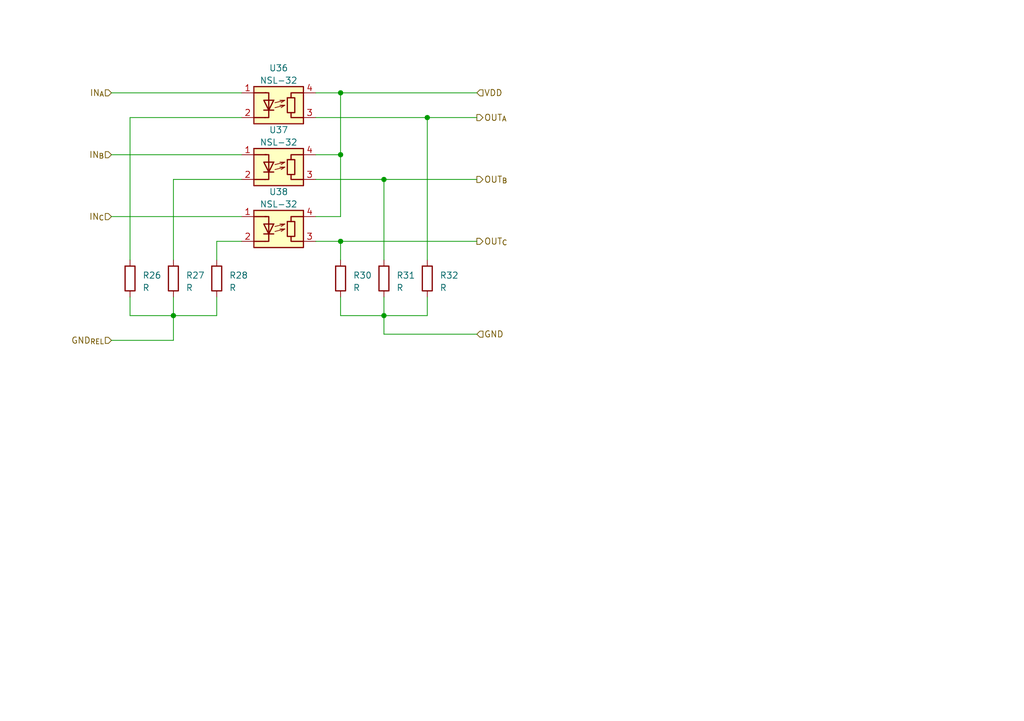
<source format=kicad_sch>
(kicad_sch (version 20230121) (generator eeschema)
  (paper "A5")
  (lib_symbols
    (symbol "Device:R" (pin_numbers hide) (pin_names (offset 0))
      (property "Reference" "R" (at 2.032 0 90))
      (property "Value" "R" (at 0 0 90))
      (symbol "R_0_1"
        (rectangle (start -1.016 -2.54) (end 1.016 2.54) (stroke (width 0.254)))
      )
      (symbol "R_1_1"
        (pin passive line (at 0 3.81 270) (length 1.27) (name "~") (number "1"))
        (pin passive line (at 0 -3.81 90) (length 1.27) (name "~") (number "2"))
      )
    )
    (symbol "Isolator:NSL-32" (pin_names (offset 0.762) hide)
      (property "Reference" "U" (at 0 5.08 0))
      (property "Value" "NSL-32" (at 0 -5.08 0))
      (symbol "NSL-32_0_1"
        (rectangle (start -5.08 3.81) (end 5.08 -3.81) (stroke (width 0.254)) (fill (type background)))
        (polyline (pts (xy -5.08 2.54) (xy -2.54 2.54)) (stroke (width 0.254)))
        (polyline (pts (xy -2.794 -2.54) (xy -5.08 -2.54)) (stroke (width 0.254)))
        (polyline (pts (xy -1.016 -1.016) (xy -3.048 -1.016) (xy -3.048 -1.016)) (stroke (width 0.254)))
        (polyline (pts (xy -0.762 -0.508) (xy 1.27 0) (xy 1.27 0)))
        (polyline (pts (xy -0.762 0.508) (xy 1.27 1.016) (xy 1.27 1.016)))
        (polyline (pts (xy 2.54 -1.524) (xy 2.54 -2.54) (xy 5.08 -2.54)) (stroke (width 0.254)))
        (polyline (pts (xy 2.54 1.524) (xy 2.54 2.54) (xy 5.08 2.54)) (stroke (width 0.254)))
        (polyline (pts (xy -2.794 -2.54) (xy -2.032 -2.54) (xy -2.032 2.54) (xy -2.794 2.54)) (stroke (width 0.254)))
        (polyline (pts (xy 0.254 0) (xy 1.27 0) (xy 0.508 -0.508) (xy 0.508 -0.508)))
        (polyline (pts (xy 0.254 1.016) (xy 1.27 1.016) (xy 0.508 0.508) (xy 0.508 0.508)))
        (polyline (pts (xy -1.016 1.016) (xy -3.048 1.016) (xy -2.032 -1.016) (xy -1.016 1.016) (xy -1.016 1.016) (xy -1.016 1.016)) (stroke (width 0.254)))
        (rectangle (start 1.778 1.524) (end 3.302 -1.524) (stroke (width 0.254)))
      )
      (symbol "NSL-32_1_1"
        (pin passive line (at -7.62 2.54 0) (length 2.54) (name "A") (number "1"))
        (pin passive line (at -7.62 -2.54 0) (length 2.54) (name "K") (number "2"))
        (pin passive line (at 7.62 -2.54 180) (length 2.54) (name "R") (number "3"))
        (pin passive line (at 7.62 2.54 180) (length 2.54) (name "R") (number "4"))
      )
    )
  )
  (junction (at 69.85 31.75))
  (junction (at 35.56 64.77))
  (junction (at 69.85 49.53))
  (junction (at 78.74 64.77))
  (junction (at 69.85 19.05))
  (junction (at 87.63 24.13))
  (junction (at 78.74 36.83))
  (wire (pts (xy 78.74 36.83) (xy 78.74 53.34)))
  (wire (pts (xy 87.63 60.96) (xy 87.63 64.77)))
  (wire (pts (xy 44.45 60.96) (xy 44.45 64.77)))
  (wire (pts (xy 22.86 19.05) (xy 49.53 19.05)))
  (wire (pts (xy 26.67 60.96) (xy 26.67 64.77)))
  (wire (pts (xy 69.85 31.75) (xy 64.77 31.75)))
  (wire (pts (xy 26.67 24.13) (xy 26.67 53.34)))
  (wire (pts (xy 35.56 60.96) (xy 35.56 64.77)))
  (wire (pts (xy 78.74 60.96) (xy 78.74 64.77)))
  (wire (pts (xy 69.85 19.05) (xy 97.79 19.05)))
  (wire (pts (xy 22.86 44.45) (xy 49.53 44.45)))
  (wire (pts (xy 69.85 19.05) (xy 64.77 19.05)))
  (wire (pts (xy 64.77 24.13) (xy 87.63 24.13)))
  (wire (pts (xy 87.63 24.13) (xy 87.63 53.34)))
  (wire (pts (xy 35.56 36.83) (xy 35.56 53.34)))
  (wire (pts (xy 26.67 64.77) (xy 35.56 64.77)))
  (wire (pts (xy 49.53 24.13) (xy 26.67 24.13)))
  (wire (pts (xy 78.74 64.77) (xy 78.74 68.58)))
  (wire (pts (xy 78.74 68.58) (xy 97.79 68.58)))
  (wire (pts (xy 44.45 49.53) (xy 44.45 53.34)))
  (wire (pts (xy 35.56 64.77) (xy 44.45 64.77)))
  (wire (pts (xy 64.77 44.45) (xy 69.85 44.45)))
  (wire (pts (xy 35.56 64.77) (xy 35.56 69.85)))
  (wire (pts (xy 69.85 49.53) (xy 97.79 49.53)))
  (wire (pts (xy 69.85 31.75) (xy 69.85 19.05)))
  (wire (pts (xy 78.74 64.77) (xy 87.63 64.77)))
  (wire (pts (xy 35.56 69.85) (xy 22.86 69.85)))
  (wire (pts (xy 78.74 36.83) (xy 97.79 36.83)))
  (wire (pts (xy 64.77 49.53) (xy 69.85 49.53)))
  (wire (pts (xy 69.85 44.45) (xy 69.85 31.75)))
  (wire (pts (xy 69.85 60.96) (xy 69.85 64.77)))
  (wire (pts (xy 69.85 64.77) (xy 78.74 64.77)))
  (wire (pts (xy 69.85 49.53) (xy 69.85 53.34)))
  (wire (pts (xy 49.53 36.83) (xy 35.56 36.83)))
  (wire (pts (xy 64.77 36.83) (xy 78.74 36.83)))
  (wire (pts (xy 22.86 31.75) (xy 49.53 31.75)))
  (wire (pts (xy 49.53 49.53) (xy 44.45 49.53)))
  (wire (pts (xy 87.63 24.13) (xy 97.79 24.13)))
  (hierarchical_label "OUT_{A}" (shape output) (at 97.79 24.13 0))
  (hierarchical_label "VDD" (shape input) (at 97.79 19.05 0))
  (hierarchical_label "IN_{A}" (shape input) (at 22.86 19.05 180))
  (hierarchical_label "IN_{C}" (shape input) (at 22.86 44.45 180))
  (hierarchical_label "OUT_{C}" (shape output) (at 97.79 49.53 0))
  (hierarchical_label "GND" (shape input) (at 97.79 68.58 0))
  (hierarchical_label "OUT_{B}" (shape output) (at 97.79 36.83 0))
  (hierarchical_label "GND_{REL}" (shape input) (at 22.86 69.85 180))
  (hierarchical_label "IN_{B}" (shape input) (at 22.86 31.75 180))
  (symbol (lib_id "Device:R") (at 44.45 57.15 0) (unit 1)
    (property "Reference" "R32" (at 46.99 56.515 0) (effects (justify left)))
    (property "Value" "R" (at 46.99 59.055 0) (effects (justify left)))
    (instances (project "Parent" (path "" (reference "R28") (unit 1)) (path "" (reference "R35") (unit 1)) (path "" (reference "R41") (unit 1)) (path "" (reference "R47") (unit 1)) (path "" (reference "R53") (unit 1)) (path "" (reference "R59") (unit 1)) (path "" (reference "R65") (unit 1))))
  )
  (symbol (lib_id "Isolator:NSL-32") (at 57.15 21.59 0) (unit 1)
    (property "Reference" "U39" (at 57.15 13.97 0))
    (property "Value" "NSL-32" (at 57.15 16.51 0))
    (property "Footprint" "OptoDevice:Luna_NSL-32" (effects hide))
    (property "Datasheet" "http://lunainc.com/wp-content/uploads/2016/06/NSL-32.pdf" (effects hide))
    (instances (project "Parent" (path "" (reference "U36") (unit 1)) (path "" (reference "U39") (unit 1)) (path "" (reference "U42") (unit 1)) (path "" (reference "U45") (unit 1)) (path "" (reference "U48") (unit 1)) (path "" (reference "U51") (unit 1)) (path "" (reference "U54") (unit 1))))
  )
  (symbol (lib_id "Isolator:NSL-32") (at 57.15 34.29 0) (unit 1)
    (property "Reference" "U40" (at 57.15 26.67 0))
    (property "Value" "NSL-32" (at 57.15 29.21 0))
    (property "Footprint" "OptoDevice:Luna_NSL-32" (effects hide))
    (property "Datasheet" "http://lunainc.com/wp-content/uploads/2016/06/NSL-32.pdf" (effects hide))
    (instances (project "Parent" (path "" (reference "U37") (unit 1)) (path "" (reference "U40") (unit 1)) (path "" (reference "U43") (unit 1)) (path "" (reference "U46") (unit 1)) (path "" (reference "U49") (unit 1)) (path "" (reference "U52") (unit 1)) (path "" (reference "U55") (unit 1))))
  )
  (symbol (lib_id "Device:R") (at 87.63 57.15 0) (unit 1)
    (property "Reference" "R38" (at 90.17 56.515 0) (effects (justify left)))
    (property "Value" "R" (at 90.17 59.055 0) (effects (justify left)))
    (instances (project "Parent" (path "" (reference "R32") (unit 1)) (path "" (reference "R38") (unit 1)) (path "" (reference "R44") (unit 1)) (path "" (reference "R50") (unit 1)) (path "" (reference "R56") (unit 1)) (path "" (reference "R62") (unit 1)) (path "" (reference "R68") (unit 1))))
  )
  (symbol (lib_id "Device:R") (at 78.74 57.15 0) (unit 1)
    (property "Reference" "R37" (at 81.28 56.515 0) (effects (justify left)))
    (property "Value" "R" (at 81.28 59.055 0) (effects (justify left)))
    (instances (project "Parent" (path "" (reference "R31") (unit 1)) (path "" (reference "R37") (unit 1)) (path "" (reference "R43") (unit 1)) (path "" (reference "R49") (unit 1)) (path "" (reference "R55") (unit 1)) (path "" (reference "R61") (unit 1)) (path "" (reference "R67") (unit 1))))
  )
  (symbol (lib_id "Device:R") (at 26.67 57.15 0) (unit 1)
    (property "Reference" "R30" (at 29.21 56.515 0) (effects (justify left)))
    (property "Value" "R" (at 29.21 59.055 0) (effects (justify left)))
    (instances (project "Parent" (path "" (reference "R26") (unit 1)) (path "" (reference "R33") (unit 1)) (path "" (reference "R39") (unit 1)) (path "" (reference "R45") (unit 1)) (path "" (reference "R51") (unit 1)) (path "" (reference "R57") (unit 1)) (path "" (reference "R63") (unit 1))))
  )
  (symbol (lib_id "Device:R") (at 35.56 57.15 0) (unit 1)
    (property "Reference" "R31" (at 38.1 56.515 0) (effects (justify left)))
    (property "Value" "R" (at 38.1 59.055 0) (effects (justify left)))
    (instances (project "Parent" (path "" (reference "R27") (unit 1)) (path "" (reference "R34") (unit 1)) (path "" (reference "R40") (unit 1)) (path "" (reference "R46") (unit 1)) (path "" (reference "R52") (unit 1)) (path "" (reference "R58") (unit 1)) (path "" (reference "R64") (unit 1))))
  )
  (symbol (lib_id "Device:R") (at 69.85 57.15 0) (unit 1)
    (property "Reference" "R36" (at 72.39 56.515 0) (effects (justify left)))
    (property "Value" "R" (at 72.39 59.055 0) (effects (justify left)))
    (instances (project "Parent" (path "" (reference "R30") (unit 1)) (path "" (reference "R36") (unit 1)) (path "" (reference "R42") (unit 1)) (path "" (reference "R48") (unit 1)) (path "" (reference "R54") (unit 1)) (path "" (reference "R60") (unit 1)) (path "" (reference "R66") (unit 1))))
  )
  (symbol (lib_id "Isolator:NSL-32") (at 57.15 46.99 0) (unit 1)
    (property "Reference" "U41" (at 57.15 39.37 0))
    (property "Value" "NSL-32" (at 57.15 41.91 0))
    (property "Footprint" "OptoDevice:Luna_NSL-32" (effects hide))
    (property "Datasheet" "http://lunainc.com/wp-content/uploads/2016/06/NSL-32.pdf" (effects hide))
    (instances (project "Parent" (path "" (reference "U38") (unit 1)) (path "" (reference "U41") (unit 1)) (path "" (reference "U44") (unit 1)) (path "" (reference "U47") (unit 1)) (path "" (reference "U50") (unit 1)) (path "" (reference "U53") (unit 1)) (path "" (reference "U56") (unit 1))))
  )
)
</source>
